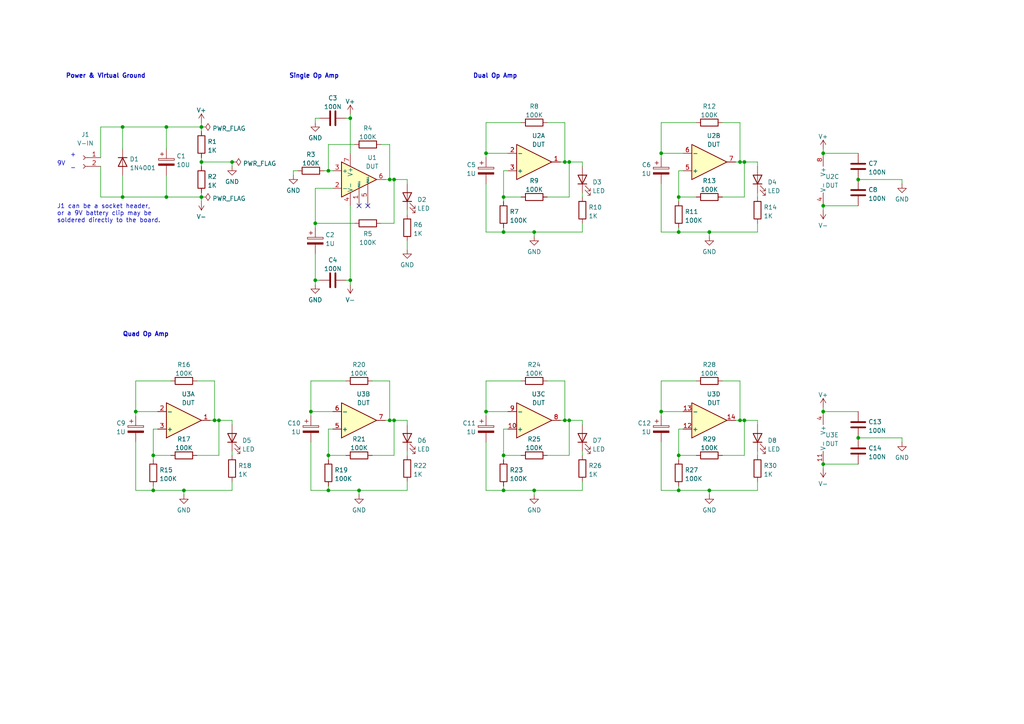
<source format=kicad_sch>
(kicad_sch (version 20211123) (generator eeschema)
  (paper "A4")
  (title_block (title "Op Amp Tester") (date "2022-04-20") (rev "1.0") (company "Len Popp") (comment 1 "Copyright © 2022 Len Popp CC BY") (comment 2 "Tester for standard-pinout single, dual, and quad op amps"))
  (lib_symbols
    (symbol "-lmp-diode:1N4001" (pin_numbers hide) (pin_names (offset 1.016) hide)
      (property "Reference" "D" (at 0 2.54 0))
      (property "Value" "1N4001" (at 0 -2.54 0))
      (symbol "1N4001_1_1"
        (pin passive line (at -3.81 0 0) (length 2.54) (name "K") (number "1"))
        (pin passive line (at 3.81 0 180) (length 2.54) (name "A") (number "2"))
      )
    )
    (symbol "-lmp-opamp:TL071" (pin_names (offset 0.127))
      (property "Reference" "U" (at 0 6.35 0))
      (property "Value" "TL071" (at 0 3.81 0))
      (symbol "TL071_1_1"
        (pin input line (at 0 -7.62 90) (length 5.08) (name "NULL") (number "1"))
        (pin input line (at -7.62 -2.54 0) (length 2.54) (name "-") (number "2"))
        (pin input line (at -7.62 2.54 0) (length 2.54) (name "+") (number "3"))
        (pin power_in line (at -2.54 -7.62 90) (length 3.81) (name "V-") (number "4"))
        (pin input line (at 2.54 -7.62 90) (length 6.35) (name "NULL") (number "5"))
        (pin output line (at 7.62 0 180) (length 2.54) (name "~") (number "6"))
        (pin power_in line (at -2.54 7.62 270) (length 3.81) (name "V+") (number "7"))
        (pin no_connect line (at 0 2.54 270) (length 2.54) hide (name "NC") (number "8"))
      )
    )
    (symbol "-lmp-opamp:TL072" (pin_names (offset 0.127))
      (property "Reference" "U" (at 0 5.08 0))
      (property "Value" "TL072" (at 0 -5.08 0))
      (symbol "TL072_1_1"
        (pin output line (at 7.62 0 180) (length 2.54) (name "~") (number "1"))
        (pin input line (at -7.62 -2.54 0) (length 2.54) (name "-") (number "2"))
        (pin input line (at -7.62 2.54 0) (length 2.54) (name "+") (number "3"))
      )
      (symbol "TL072_2_1"
        (pin input line (at -7.62 2.54 0) (length 2.54) (name "+") (number "5"))
        (pin input line (at -7.62 -2.54 0) (length 2.54) (name "-") (number "6"))
        (pin output line (at 7.62 0 180) (length 2.54) (name "~") (number "7"))
      )
      (symbol "TL072_3_1"
        (pin power_in line (at -2.54 -7.62 90) (length 3.81) (name "V-") (number "4"))
        (pin power_in line (at -2.54 7.62 270) (length 3.81) (name "V+") (number "8"))
      )
    )
    (symbol "-lmp-opamp:TL074" (pin_names (offset 0.127))
      (property "Reference" "U" (at 0 5.08 0))
      (property "Value" "TL074" (at 0 -5.08 0))
      (symbol "TL074_1_1"
        (pin output line (at 7.62 0 180) (length 2.54) (name "~") (number "1"))
        (pin input line (at -7.62 -2.54 0) (length 2.54) (name "-") (number "2"))
        (pin input line (at -7.62 2.54 0) (length 2.54) (name "+") (number "3"))
      )
      (symbol "TL074_2_1"
        (pin input line (at -7.62 2.54 0) (length 2.54) (name "+") (number "5"))
        (pin input line (at -7.62 -2.54 0) (length 2.54) (name "-") (number "6"))
        (pin output line (at 7.62 0 180) (length 2.54) (name "~") (number "7"))
      )
      (symbol "TL074_3_1"
        (pin input line (at -7.62 2.54 0) (length 2.54) (name "+") (number "10"))
        (pin output line (at 7.62 0 180) (length 2.54) (name "~") (number "8"))
        (pin input line (at -7.62 -2.54 0) (length 2.54) (name "-") (number "9"))
      )
      (symbol "TL074_4_1"
        (pin input line (at -7.62 2.54 0) (length 2.54) (name "+") (number "12"))
        (pin input line (at -7.62 -2.54 0) (length 2.54) (name "-") (number "13"))
        (pin output line (at 7.62 0 180) (length 2.54) (name "~") (number "14"))
      )
      (symbol "TL074_5_1"
        (pin power_in line (at -2.54 -7.62 90) (length 3.81) (name "V-") (number "11"))
        (pin power_in line (at -2.54 7.62 270) (length 3.81) (name "V+") (number "4"))
      )
    )
    (symbol "-lmp-power:GND" (power) (pin_names (offset 0))
      (property "Value" "GND" (at 0 -3.81 0))
      (symbol "GND_1_1"
        (pin power_in line (at 0 0 270) (length 0) hide (name "GND") (number "1"))
      )
    )
    (symbol "-lmp-power:PWR_FLAG" (power) (pin_numbers hide) (pin_names (offset 0) hide)
      (property "Value" "PWR_FLAG" (at 0 3.81 0))
      (symbol "PWR_FLAG_0_0"
        (pin power_out line (at 0 0 90) (length 0) (name "pwr") (number "1"))
      )
    )
    (symbol "-lmp-power:V+" (power) (pin_names (offset 0))
      (property "Value" "V+" (at 0 3.556 0))
      (symbol "V+_1_1"
        (pin power_in line (at 0 0 90) (length 0) hide (name "V+") (number "1"))
      )
    )
    (symbol "-lmp-power:V-" (power) (pin_names (offset 0))
      (property "Value" "V-" (at 0 -3.556 0))
      (symbol "V-_1_1"
        (pin power_in line (at 0 0 270) (length 0) hide (name "V-") (number "1"))
      )
    )
    (symbol "-lmp:CC_100N" (pin_numbers hide) (pin_names (offset 0.254))
      (property "Reference" "C" (at 0.635 2.54 0))
      (property "Value" "CC_100N" (at 0.635 -2.54 0))
      (symbol "CC_100N_1_1"
        (pin passive line (at 0 3.81 270) (length 2.794) (name "~") (number "1"))
        (pin passive line (at 0 -3.81 90) (length 2.794) (name "~") (number "2"))
      )
    )
    (symbol "-lmp:CP" (pin_numbers hide) (pin_names (offset 0.254))
      (property "Reference" "C" (at 0.635 2.54 0))
      (property "Value" "CP" (at 0.635 -2.54 0))
      (symbol "CP_1_1"
        (pin passive line (at 0 3.81 270) (length 2.794) (name "~") (number "1"))
        (pin passive line (at 0 -3.81 90) (length 2.794) (name "~") (number "2"))
      )
    )
    (symbol "-lmp:LED" (pin_numbers hide) (pin_names (offset 1.016) hide)
      (property "Reference" "D" (at 0 2.54 0))
      (property "Value" "LED" (at 0 -2.54 0))
      (symbol "LED_1_1"
        (pin passive line (at -3.81 0 0) (length 2.54) (name "K") (number "1"))
        (pin passive line (at 3.81 0 180) (length 2.54) (name "A") (number "2"))
      )
    )
    (symbol "-lmp:R" (pin_numbers hide) (pin_names (offset 0))
      (property "Reference" "R" (at -2.286 0 90))
      (property "Value" "R" (at 2.413 0 90))
      (symbol "R_1_1"
        (pin passive line (at 0 3.81 270) (length 1.27) (name "~") (number "1"))
        (pin passive line (at 0 -3.81 90) (length 1.27) (name "~") (number "2"))
      )
    )
    (symbol "Connector:Conn_01x02_Female" (pin_names (offset 1.016) hide)
      (property "Reference" "J" (at 0 2.54 0))
      (property "Value" "Conn_01x02_Female" (at 0 -5.08 0))
      (symbol "Conn_01x02_Female_1_1"
        (pin passive line (at -5.08 0 0) (length 3.81) (name "Pin_1") (number "1"))
        (pin passive line (at -5.08 -2.54 0) (length 3.81) (name "Pin_2") (number "2"))
      )
    )
  )
  (junction (at 39.37 119.38))
  (junction (at 114.3 121.92))
  (junction (at 196.85 57.15))
  (junction (at 146.05 67.31))
  (junction (at 91.44 64.77))
  (junction (at 114.3 52.07))
  (junction (at 215.9 46.99))
  (junction (at 214.63 121.92))
  (junction (at 58.42 46.99))
  (junction (at 154.94 67.31))
  (junction (at 53.34 142.24))
  (junction (at 248.92 127))
  (junction (at 165.1 121.92))
  (junction (at 196.85 132.08))
  (junction (at 48.26 57.15))
  (junction (at 196.85 67.31))
  (junction (at 63.5 121.92))
  (junction (at 238.76 44.45))
  (junction (at 91.44 81.28))
  (junction (at 215.9 121.92))
  (junction (at 146.05 57.15))
  (junction (at 95.25 132.08))
  (junction (at 205.74 142.24))
  (junction (at 163.83 46.99))
  (junction (at 101.6 81.28))
  (junction (at 163.83 121.92))
  (junction (at 44.45 142.24))
  (junction (at 248.92 52.07))
  (junction (at 113.03 121.92))
  (junction (at 101.6 34.29))
  (junction (at 35.56 57.15))
  (junction (at 104.14 142.24))
  (junction (at 191.77 44.45))
  (junction (at 238.76 134.62))
  (junction (at 58.42 57.15))
  (junction (at 113.03 52.07))
  (junction (at 154.94 142.24))
  (junction (at 90.17 119.38))
  (junction (at 44.45 132.08))
  (junction (at 238.76 119.38))
  (junction (at 95.25 142.24))
  (junction (at 140.97 119.38))
  (junction (at 146.05 142.24))
  (junction (at 214.63 46.99))
  (junction (at 205.74 67.31))
  (junction (at 165.1 46.99))
  (junction (at 191.77 119.38))
  (junction (at 238.76 59.69))
  (junction (at 35.56 36.83))
  (junction (at 196.85 142.24))
  (junction (at 62.23 121.92))
  (junction (at 67.31 46.99))
  (junction (at 58.42 36.83))
  (junction (at 48.26 36.83))
  (junction (at 140.97 44.45))
  (junction (at 95.25 49.53))
  (junction (at 146.05 132.08))
  (no_connect (at 104.14 59.69))
  (no_connect (at 106.68 59.69))
  (wire (pts (xy 163.83 35.56) (xy 158.75 35.56)))
  (wire (pts (xy 53.34 142.24) (xy 67.31 142.24)))
  (wire (pts (xy 48.26 50.8) (xy 48.26 57.15)))
  (wire (pts (xy 118.11 123.19) (xy 118.11 121.92)))
  (wire (pts (xy 238.76 59.69) (xy 238.76 60.96)))
  (wire (pts (xy 165.1 46.99) (xy 168.91 46.99)))
  (wire (pts (xy 86.36 49.53) (xy 85.09 49.53)))
  (wire (pts (xy 100.33 110.49) (xy 90.17 110.49)))
  (wire (pts (xy 205.74 142.24) (xy 219.71 142.24)))
  (wire (pts (xy 91.44 73.66) (xy 91.44 81.28)))
  (wire (pts (xy 111.76 121.92) (xy 113.03 121.92)))
  (wire (pts (xy 151.13 110.49) (xy 140.97 110.49)))
  (wire (pts (xy 58.42 35.56) (xy 58.42 36.83)))
  (wire (pts (xy 91.44 81.28) (xy 91.44 82.55)))
  (wire (pts (xy 146.05 124.46) (xy 146.05 132.08)))
  (wire (pts (xy 101.6 34.29) (xy 101.6 44.45)))
  (wire (pts (xy 58.42 46.99) (xy 58.42 48.26)))
  (wire (pts (xy 162.56 46.99) (xy 163.83 46.99)))
  (wire (pts (xy 146.05 49.53) (xy 146.05 57.15)))
  (wire (pts (xy 261.62 53.34) (xy 261.62 52.07)))
  (wire (pts (xy 209.55 57.15) (xy 215.9 57.15)))
  (wire (pts (xy 146.05 132.08) (xy 151.13 132.08)))
  (wire (pts (xy 91.44 34.29) (xy 91.44 35.56)))
  (wire (pts (xy 196.85 124.46) (xy 196.85 132.08)))
  (wire (pts (xy 163.83 110.49) (xy 163.83 121.92)))
  (wire (pts (xy 196.85 140.97) (xy 196.85 142.24)))
  (wire (pts (xy 214.63 110.49) (xy 214.63 121.92)))
  (wire (pts (xy 215.9 132.08) (xy 215.9 121.92)))
  (wire (pts (xy 205.74 67.31) (xy 205.74 68.58)))
  (wire (pts (xy 95.25 140.97) (xy 95.25 142.24)))
  (wire (pts (xy 238.76 119.38) (xy 248.92 119.38)))
  (wire (pts (xy 196.85 57.15) (xy 196.85 58.42)))
  (wire (pts (xy 163.83 46.99) (xy 165.1 46.99)))
  (wire (pts (xy 146.05 132.08) (xy 146.05 133.35)))
  (wire (pts (xy 118.11 69.85) (xy 118.11 72.39)))
  (wire (pts (xy 44.45 132.08) (xy 49.53 132.08)))
  (wire (pts (xy 163.83 121.92) (xy 165.1 121.92)))
  (wire (pts (xy 39.37 119.38) (xy 39.37 120.65)))
  (wire (pts (xy 191.77 128.27) (xy 191.77 142.24)))
  (wire (pts (xy 205.74 67.31) (xy 219.71 67.31)))
  (wire (pts (xy 35.56 57.15) (xy 48.26 57.15)))
  (wire (pts (xy 168.91 132.08) (xy 168.91 130.81)))
  (wire (pts (xy 58.42 57.15) (xy 58.42 58.42)))
  (wire (pts (xy 85.09 49.53) (xy 85.09 50.8)))
  (wire (pts (xy 140.97 35.56) (xy 140.97 44.45)))
  (wire (pts (xy 163.83 110.49) (xy 158.75 110.49)))
  (wire (pts (xy 110.49 64.77) (xy 114.3 64.77)))
  (wire (pts (xy 191.77 110.49) (xy 191.77 119.38)))
  (wire (pts (xy 118.11 52.07) (xy 118.11 53.34)))
  (wire (pts (xy 114.3 52.07) (xy 118.11 52.07)))
  (wire (pts (xy 29.21 57.15) (xy 35.56 57.15)))
  (wire (pts (xy 196.85 57.15) (xy 201.93 57.15)))
  (wire (pts (xy 113.03 121.92) (xy 114.3 121.92)))
  (wire (pts (xy 198.12 119.38) (xy 191.77 119.38)))
  (wire (pts (xy 238.76 118.11) (xy 238.76 119.38)))
  (wire (pts (xy 111.76 52.07) (xy 113.03 52.07)))
  (wire (pts (xy 57.15 132.08) (xy 63.5 132.08)))
  (wire (pts (xy 168.91 57.15) (xy 168.91 55.88)))
  (wire (pts (xy 154.94 142.24) (xy 168.91 142.24)))
  (wire (pts (xy 140.97 110.49) (xy 140.97 119.38)))
  (wire (pts (xy 101.6 59.69) (xy 101.6 81.28)))
  (wire (pts (xy 35.56 50.8) (xy 35.56 57.15)))
  (wire (pts (xy 191.77 35.56) (xy 191.77 44.45)))
  (wire (pts (xy 196.85 49.53) (xy 196.85 57.15)))
  (wire (pts (xy 196.85 66.04) (xy 196.85 67.31)))
  (wire (pts (xy 168.91 139.7) (xy 168.91 142.24)))
  (wire (pts (xy 96.52 54.61) (xy 91.44 54.61)))
  (wire (pts (xy 196.85 132.08) (xy 196.85 133.35)))
  (wire (pts (xy 39.37 110.49) (xy 39.37 119.38)))
  (wire (pts (xy 44.45 140.97) (xy 44.45 142.24)))
  (wire (pts (xy 147.32 49.53) (xy 146.05 49.53)))
  (wire (pts (xy 45.72 124.46) (xy 44.45 124.46)))
  (wire (pts (xy 90.17 128.27) (xy 90.17 142.24)))
  (wire (pts (xy 147.32 124.46) (xy 146.05 124.46)))
  (wire (pts (xy 201.93 35.56) (xy 191.77 35.56)))
  (wire (pts (xy 90.17 142.24) (xy 95.25 142.24)))
  (wire (pts (xy 198.12 124.46) (xy 196.85 124.46)))
  (wire (pts (xy 238.76 59.69) (xy 248.92 59.69)))
  (wire (pts (xy 146.05 57.15) (xy 151.13 57.15)))
  (wire (pts (xy 238.76 134.62) (xy 238.76 135.89)))
  (wire (pts (xy 114.3 52.07) (xy 114.3 64.77)))
  (wire (pts (xy 140.97 119.38) (xy 140.97 120.65)))
  (wire (pts (xy 39.37 142.24) (xy 44.45 142.24)))
  (wire (pts (xy 118.11 139.7) (xy 118.11 142.24)))
  (wire (pts (xy 215.9 121.92) (xy 219.71 121.92)))
  (wire (pts (xy 101.6 34.29) (xy 100.33 34.29)))
  (wire (pts (xy 48.26 36.83) (xy 58.42 36.83)))
  (wire (pts (xy 96.52 49.53) (xy 95.25 49.53)))
  (wire (pts (xy 219.71 132.08) (xy 219.71 130.81)))
  (wire (pts (xy 191.77 119.38) (xy 191.77 120.65)))
  (wire (pts (xy 209.55 132.08) (xy 215.9 132.08)))
  (wire (pts (xy 238.76 44.45) (xy 248.92 44.45)))
  (wire (pts (xy 219.71 48.26) (xy 219.71 46.99)))
  (wire (pts (xy 213.36 121.92) (xy 214.63 121.92)))
  (wire (pts (xy 248.92 52.07) (xy 261.62 52.07)))
  (wire (pts (xy 67.31 132.08) (xy 67.31 130.81)))
  (wire (pts (xy 29.21 36.83) (xy 29.21 45.72)))
  (wire (pts (xy 113.03 110.49) (xy 113.03 121.92)))
  (wire (pts (xy 93.98 49.53) (xy 95.25 49.53)))
  (wire (pts (xy 158.75 57.15) (xy 165.1 57.15)))
  (wire (pts (xy 101.6 81.28) (xy 101.6 82.55)))
  (wire (pts (xy 63.5 132.08) (xy 63.5 121.92)))
  (wire (pts (xy 147.32 44.45) (xy 140.97 44.45)))
  (wire (pts (xy 95.25 41.91) (xy 95.25 49.53)))
  (wire (pts (xy 219.71 139.7) (xy 219.71 142.24)))
  (wire (pts (xy 191.77 44.45) (xy 191.77 45.72)))
  (wire (pts (xy 198.12 44.45) (xy 191.77 44.45)))
  (wire (pts (xy 165.1 57.15) (xy 165.1 46.99)))
  (wire (pts (xy 44.45 142.24) (xy 53.34 142.24)))
  (wire (pts (xy 107.95 132.08) (xy 114.3 132.08)))
  (wire (pts (xy 104.14 142.24) (xy 104.14 143.51)))
  (wire (pts (xy 168.91 123.19) (xy 168.91 121.92)))
  (wire (pts (xy 58.42 36.83) (xy 58.42 38.1)))
  (wire (pts (xy 67.31 139.7) (xy 67.31 142.24)))
  (wire (pts (xy 154.94 142.24) (xy 154.94 143.51)))
  (wire (pts (xy 219.71 57.15) (xy 219.71 55.88)))
  (wire (pts (xy 146.05 140.97) (xy 146.05 142.24)))
  (wire (pts (xy 90.17 110.49) (xy 90.17 119.38)))
  (wire (pts (xy 95.25 132.08) (xy 95.25 133.35)))
  (wire (pts (xy 95.25 124.46) (xy 95.25 132.08)))
  (wire (pts (xy 62.23 110.49) (xy 62.23 121.92)))
  (wire (pts (xy 90.17 119.38) (xy 90.17 120.65)))
  (wire (pts (xy 104.14 142.24) (xy 118.11 142.24)))
  (wire (pts (xy 196.85 132.08) (xy 201.93 132.08)))
  (wire (pts (xy 191.77 53.34) (xy 191.77 67.31)))
  (wire (pts (xy 151.13 35.56) (xy 140.97 35.56)))
  (wire (pts (xy 92.71 34.29) (xy 91.44 34.29)))
  (wire (pts (xy 248.92 127) (xy 261.62 127)))
  (wire (pts (xy 146.05 66.04) (xy 146.05 67.31)))
  (wire (pts (xy 114.3 132.08) (xy 114.3 121.92)))
  (wire (pts (xy 118.11 132.08) (xy 118.11 130.81)))
  (wire (pts (xy 102.87 64.77) (xy 91.44 64.77)))
  (wire (pts (xy 140.97 128.27) (xy 140.97 142.24)))
  (wire (pts (xy 114.3 121.92) (xy 118.11 121.92)))
  (wire (pts (xy 158.75 132.08) (xy 165.1 132.08)))
  (wire (pts (xy 44.45 124.46) (xy 44.45 132.08)))
  (wire (pts (xy 238.76 43.18) (xy 238.76 44.45)))
  (wire (pts (xy 147.32 119.38) (xy 140.97 119.38)))
  (wire (pts (xy 140.97 44.45) (xy 140.97 45.72)))
  (wire (pts (xy 215.9 46.99) (xy 219.71 46.99)))
  (wire (pts (xy 213.36 46.99) (xy 214.63 46.99)))
  (wire (pts (xy 45.72 119.38) (xy 39.37 119.38)))
  (wire (pts (xy 62.23 121.92) (xy 63.5 121.92)))
  (wire (pts (xy 118.11 62.23) (xy 118.11 60.96)))
  (wire (pts (xy 91.44 64.77) (xy 91.44 66.04)))
  (wire (pts (xy 63.5 121.92) (xy 67.31 121.92)))
  (wire (pts (xy 60.96 121.92) (xy 62.23 121.92)))
  (wire (pts (xy 91.44 54.61) (xy 91.44 64.77)))
  (wire (pts (xy 113.03 41.91) (xy 113.03 52.07)))
  (wire (pts (xy 205.74 142.24) (xy 205.74 143.51)))
  (wire (pts (xy 48.26 36.83) (xy 48.26 43.18)))
  (wire (pts (xy 219.71 64.77) (xy 219.71 67.31)))
  (wire (pts (xy 44.45 132.08) (xy 44.45 133.35)))
  (wire (pts (xy 58.42 46.99) (xy 67.31 46.99)))
  (wire (pts (xy 92.71 81.28) (xy 91.44 81.28)))
  (wire (pts (xy 113.03 110.49) (xy 107.95 110.49)))
  (wire (pts (xy 261.62 128.27) (xy 261.62 127)))
  (wire (pts (xy 146.05 57.15) (xy 146.05 58.42)))
  (wire (pts (xy 163.83 35.56) (xy 163.83 46.99)))
  (wire (pts (xy 95.25 142.24) (xy 104.14 142.24)))
  (wire (pts (xy 196.85 67.31) (xy 205.74 67.31)))
  (wire (pts (xy 140.97 67.31) (xy 146.05 67.31)))
  (wire (pts (xy 215.9 57.15) (xy 215.9 46.99)))
  (wire (pts (xy 196.85 142.24) (xy 205.74 142.24)))
  (wire (pts (xy 154.94 67.31) (xy 168.91 67.31)))
  (wire (pts (xy 198.12 49.53) (xy 196.85 49.53)))
  (wire (pts (xy 113.03 41.91) (xy 110.49 41.91)))
  (wire (pts (xy 162.56 121.92) (xy 163.83 121.92)))
  (wire (pts (xy 191.77 67.31) (xy 196.85 67.31)))
  (wire (pts (xy 113.03 52.07) (xy 114.3 52.07)))
  (wire (pts (xy 168.91 48.26) (xy 168.91 46.99)))
  (wire (pts (xy 67.31 48.26) (xy 67.31 46.99)))
  (wire (pts (xy 58.42 55.88) (xy 58.42 57.15)))
  (wire (pts (xy 102.87 41.91) (xy 95.25 41.91)))
  (wire (pts (xy 49.53 110.49) (xy 39.37 110.49)))
  (wire (pts (xy 101.6 81.28) (xy 100.33 81.28)))
  (wire (pts (xy 214.63 46.99) (xy 215.9 46.99)))
  (wire (pts (xy 146.05 142.24) (xy 154.94 142.24)))
  (wire (pts (xy 35.56 36.83) (xy 48.26 36.83)))
  (wire (pts (xy 35.56 36.83) (xy 35.56 43.18)))
  (wire (pts (xy 238.76 134.62) (xy 248.92 134.62)))
  (wire (pts (xy 96.52 124.46) (xy 95.25 124.46)))
  (wire (pts (xy 62.23 110.49) (xy 57.15 110.49)))
  (wire (pts (xy 219.71 123.19) (xy 219.71 121.92)))
  (wire (pts (xy 146.05 67.31) (xy 154.94 67.31)))
  (wire (pts (xy 168.91 64.77) (xy 168.91 67.31)))
  (wire (pts (xy 58.42 45.72) (xy 58.42 46.99)))
  (wire (pts (xy 95.25 132.08) (xy 100.33 132.08)))
  (wire (pts (xy 29.21 36.83) (xy 35.56 36.83)))
  (wire (pts (xy 214.63 110.49) (xy 209.55 110.49)))
  (wire (pts (xy 39.37 128.27) (xy 39.37 142.24)))
  (wire (pts (xy 165.1 121.92) (xy 168.91 121.92)))
  (wire (pts (xy 140.97 142.24) (xy 146.05 142.24)))
  (wire (pts (xy 48.26 57.15) (xy 58.42 57.15)))
  (wire (pts (xy 191.77 142.24) (xy 196.85 142.24)))
  (wire (pts (xy 53.34 142.24) (xy 53.34 143.51)))
  (wire (pts (xy 140.97 53.34) (xy 140.97 67.31)))
  (wire (pts (xy 67.31 123.19) (xy 67.31 121.92)))
  (wire (pts (xy 165.1 132.08) (xy 165.1 121.92)))
  (wire (pts (xy 201.93 110.49) (xy 191.77 110.49)))
  (wire (pts (xy 214.63 35.56) (xy 214.63 46.99)))
  (wire (pts (xy 101.6 33.02) (xy 101.6 34.29)))
  (wire (pts (xy 154.94 67.31) (xy 154.94 68.58)))
  (wire (pts (xy 29.21 48.26) (xy 29.21 57.15)))
  (wire (pts (xy 214.63 121.92) (xy 215.9 121.92)))
  (wire (pts (xy 214.63 35.56) (xy 209.55 35.56)))
  (wire (pts (xy 96.52 119.38) (xy 90.17 119.38)))
  (text "Single Op Amp" (at 83.82 22.86 0) (effects (font (size 1.27 1.27) bold) (justify left bottom)))
  (text "J1 can be a socket header, \nor a 9V battery clip may be \nsoldered directly to the board." (at 16.51 64.77 0) (effects (font (size 1.27 1.27)) (justify left bottom)))
  (text "Dual Op Amp" (at 137.16 22.86 0) (effects (font (size 1.27 1.27) bold) (justify left bottom)))
  (text "+" (at 20.32 45.72 0) (effects (font (size 1.27 1.27)) (justify left bottom)))
  (text "-" (at 20.32 49.53 0) (effects (font (size 1.27 1.27)) (justify left bottom)))
  (text "9V" (at 16.51 48.26 0) (effects (font (size 1.27 1.27)) (justify left bottom)))
  (text "Quad Op Amp" (at 35.56 97.79 0) (effects (font (size 1.27 1.27) bold) (justify left bottom)))
  (text "Power & Virtual Ground" (at 19.05 22.86 0) (effects (font (size 1.27 1.27) (thickness 0.254) bold) (justify left bottom)))
  (symbol (lib_id "-lmp:LED") (at 168.91 127 90) (unit 1)
    (property "Reference" "D7" (at 171.831 127.7528 90) (effects (justify right)))
    (property "Value" "LED" (at 171.831 130.2897 90) (effects (justify right)))
    (property "Footprint" "LED_THT:LED_D3.0mm" (effects hide))
    (property "Datasheet" "https://www.mouser.ca/datasheet/2/239/lite-on_lite-s-a0002934679-1-1737726.pdf" (effects hide))
    (property "Distributor" "Mouser" (effects hide))
    (property "DistributorPartLink" "https://www.mouser.ca/ProductDetail/Lite-On/LTL-1CHE?qs=sGAEpiMZZMvHYEB9WUp7Em3%2F6iChtzTMHM3HaPXyhc0%3D" (effects hide))
    (property "DistributorPartNum" " 859-LTL-1CHE" (effects hide))
    (property "Manufacturer" "Lite-On" (effects hide))
    (property "ManufacturerPartNum" "LTL-1CHE" (effects hide))
  )
  (symbol (lib_id "-lmp:LED") (at 67.31 127 90) (unit 1)
    (property "Reference" "D5" (at 70.231 127.7528 90) (effects (justify right)))
    (property "Value" "LED" (at 70.231 130.2897 90) (effects (justify right)))
    (property "Footprint" "LED_THT:LED_D3.0mm" (effects hide))
    (property "Datasheet" "https://www.mouser.ca/datasheet/2/239/lite-on_lite-s-a0002934679-1-1737726.pdf" (effects hide))
    (property "Distributor" "Mouser" (effects hide))
    (property "DistributorPartLink" "https://www.mouser.ca/ProductDetail/Lite-On/LTL-1CHE?qs=sGAEpiMZZMvHYEB9WUp7Em3%2F6iChtzTMHM3HaPXyhc0%3D" (effects hide))
    (property "DistributorPartNum" " 859-LTL-1CHE" (effects hide))
    (property "Manufacturer" "Lite-On" (effects hide))
    (property "ManufacturerPartNum" "LTL-1CHE" (effects hide))
  )
  (symbol (lib_id "-lmp:LED") (at 118.11 57.15 90) (unit 1)
    (property "Reference" "D2" (at 121.031 57.9028 90) (effects (justify right)))
    (property "Value" "LED" (at 121.031 60.4397 90) (effects (justify right)))
    (property "Footprint" "LED_THT:LED_D3.0mm" (effects hide))
    (property "Datasheet" "https://www.mouser.ca/datasheet/2/239/lite-on_lite-s-a0002934679-1-1737726.pdf" (effects hide))
    (property "Distributor" "Mouser" (effects hide))
    (property "DistributorPartLink" "https://www.mouser.ca/ProductDetail/Lite-On/LTL-1CHE?qs=sGAEpiMZZMvHYEB9WUp7Em3%2F6iChtzTMHM3HaPXyhc0%3D" (effects hide))
    (property "DistributorPartNum" " 859-LTL-1CHE" (effects hide))
    (property "Manufacturer" "Lite-On" (effects hide))
    (property "ManufacturerPartNum" "LTL-1CHE" (effects hide))
  )
  (symbol (lib_id "-lmp-power:V-") (at 238.76 60.96 0) (unit 1)
    (property "Reference" "#PWR015" (effects hide))
    (property "Value" "V-" (at 238.76 65.4034 0))
  )
  (symbol (lib_id "-lmp:CP") (at 191.77 124.46 0) (unit 1)
    (property "Reference" "C12" (at 188.849 122.7363 0) (effects (justify right)))
    (property "Value" "1U" (at 188.849 125.2732 0) (effects (justify right)))
    (property "Footprint" "-lmp-misc:CP_Radial_D4.0mm_P2.50mm" (effects hide))
    (property "Datasheet" "https://www.mouser.ca/datasheet/2/231/161588148197-2307385.pdf" (effects hide))
    (property "Distributor" "Mouser" (effects hide))
    (property "DistributorPartLink" "https://www.mouser.ca/ProductDetail/Lelon/SEA010M1HBK-0407P?qs=tsfqLUzc7IqlOdpxXJYLkw%3D%3D" (effects hide))
    (property "DistributorPartNum" "140-SEA1R0M1HBK0407" (effects hide))
    (property "Manufacturer" "Lelon" (effects hide))
    (property "ManufacturerPartNum" "SEA010M1HBK-0407P" (effects hide))
  )
  (symbol (lib_id "-lmp:CC_100N") (at 96.52 81.28 90) (unit 1)
    (property "Reference" "C4" (at 96.52 75.4212 90))
    (property "Value" "100N" (at 96.52 77.9581 90))
    (property "Footprint" "-lmp-misc:C_Disc_D5.0mm_W2.5mm_P2.50mm" (effects hide))
    (property "Datasheet" "https://product.tdk.com/system/files/dam/doc/product/capacitor/ceramic/lead-mlcc/catalog/leadmlcc_halogenfree_fg_en.pdf" (effects hide))
    (property "Manufacturer" "TDK" (effects hide))
    (property "ManufacturerPartNum" "FG18X7R1H104KNT06" (effects hide))
    (property "Distributor" "Mouser" (effects hide))
    (property "DistributorPartNum" "810-FG18X7R1H104KNT6" (effects hide))
    (property "DistributorPartLink" "https://www.mouser.ca/ProductDetail/810-FG18X7R1H104KNT6" (effects hide))
  )
  (symbol (lib_id "-lmp-power:GND") (at 261.62 53.34 0) (unit 1)
    (property "Reference" "#PWR016" (effects hide))
    (property "Value" "GND" (at 261.62 57.7834 0))
  )
  (symbol (lib_id "-lmp:R") (at 106.68 41.91 90) (unit 1)
    (property "Reference" "R4" (at 106.68 37.1942 90))
    (property "Value" "100K" (at 106.68 39.7311 90))
    (property "Footprint" "-lmp-misc:R_Axial_DIN0207_L6.3mm_D2.5mm_P7.62mm_Horizontal" (effects hide))
    (property "Datasheet" "https://www.mouser.ca/datasheet/2/447/Yageo_LR_MFR_1-1714151.pdf" (effects hide))
    (property "Manufacturer" "YAGEO" (effects hide))
    (property "ManufacturerPartNum" "MFR-12FTF52-100K" (effects hide))
    (property "Distributor" "Mouser" (effects hide))
    (property "DistributorPartNum" "603-MFR-12FTF52-100K" (effects hide))
    (property "DistributorPartLink" "https://www.mouser.ca/ProductDetail/YAGEO/MFR-12FTF52-100K?qs=oAGoVhmvjhxn7uX6J9%2FOug%3D%3D" (effects hide))
  )
  (symbol (lib_id "-lmp:LED") (at 118.11 127 90) (unit 1)
    (property "Reference" "D6" (at 121.031 127.7528 90) (effects (justify right)))
    (property "Value" "LED" (at 121.031 130.2897 90) (effects (justify right)))
    (property "Footprint" "LED_THT:LED_D3.0mm" (effects hide))
    (property "Datasheet" "https://www.mouser.ca/datasheet/2/239/lite-on_lite-s-a0002934679-1-1737726.pdf" (effects hide))
    (property "Distributor" "Mouser" (effects hide))
    (property "DistributorPartLink" "https://www.mouser.ca/ProductDetail/Lite-On/LTL-1CHE?qs=sGAEpiMZZMvHYEB9WUp7Em3%2F6iChtzTMHM3HaPXyhc0%3D" (effects hide))
    (property "DistributorPartNum" " 859-LTL-1CHE" (effects hide))
    (property "Manufacturer" "Lite-On" (effects hide))
    (property "ManufacturerPartNum" "LTL-1CHE" (effects hide))
  )
  (symbol (lib_id "-lmp:LED") (at 219.71 52.07 90) (unit 1)
    (property "Reference" "D4" (at 222.631 52.8228 90) (effects (justify right)))
    (property "Value" "LED" (at 222.631 55.3597 90) (effects (justify right)))
    (property "Footprint" "LED_THT:LED_D3.0mm" (effects hide))
    (property "Datasheet" "https://www.mouser.ca/datasheet/2/239/lite-on_lite-s-a0002934679-1-1737726.pdf" (effects hide))
    (property "Distributor" "Mouser" (effects hide))
    (property "DistributorPartLink" "https://www.mouser.ca/ProductDetail/Lite-On/LTL-1CHE?qs=sGAEpiMZZMvHYEB9WUp7Em3%2F6iChtzTMHM3HaPXyhc0%3D" (effects hide))
    (property "DistributorPartNum" " 859-LTL-1CHE" (effects hide))
    (property "Manufacturer" "Lite-On" (effects hide))
    (property "ManufacturerPartNum" "LTL-1CHE" (effects hide))
  )
  (symbol (lib_id "-lmp:CP") (at 48.26 46.99 0) (unit 1)
    (property "Reference" "C1" (at 51.181 45.2663 0) (effects (justify left)))
    (property "Value" "10U" (at 51.181 47.8032 0) (effects (justify left)))
    (property "Footprint" "-lmp-misc:CP_Radial_D5.0mm_P2.50mm" (effects hide))
    (property "Datasheet" "https://www.mouser.ca/datasheet/2/315/ABA0000C1218-1131230.pdf" (effects hide))
    (property "Distributor" "Mouser" (effects hide))
    (property "DistributorPartLink" "https://www.mouser.ca/ProductDetail/Panasonic/ECA-1EM100I?qs=rMMd5vBiahoPyQAc8NWEpA%3D%3D" (effects hide))
    (property "DistributorPartNum" "667-ECA-1EM100I" (effects hide))
    (property "Manufacturer" "Panasonic" (effects hide))
    (property "ManufacturerPartNum" "ECA-1EM100I" (effects hide))
  )
  (symbol (lib_id "-lmp:R") (at 118.11 66.04 0) (unit 1)
    (property "Reference" "R6" (at 119.888 65.2053 0) (effects (justify left)))
    (property "Value" "1K" (at 119.888 67.7422 0) (effects (justify left)))
    (property "Footprint" "-lmp-misc:R_Axial_DIN0207_L6.3mm_D2.5mm_P10.16mm_Horizontal" (effects hide))
    (property "Datasheet" "https://www.mouser.ca/datasheet/2/427/ccf07-1762725.pdf" (effects hide))
    (property "Manufacturer" "Vishay / Dale" (effects hide))
    (property "ManufacturerPartNum" "CCF071K00JKE36" (effects hide))
    (property "Distributor" "Mouser" (effects hide))
    (property "DistributorPartNum" "71-CCF071K00JKE36" (effects hide))
    (property "DistributorPartLink" "https://www.mouser.ca/ProductDetail/Vishay-Dale/CCF071K00JKE36?qs=sGAEpiMZZMsPqMdJzcrNwqw41JD0NFylHV1MADcQnpo%3D" (effects hide))
  )
  (symbol (lib_id "-lmp:CC_100N") (at 248.92 55.88 0) (unit 1)
    (property "Reference" "C8" (at 251.841 55.0453 0) (effects (justify left)))
    (property "Value" "100N" (at 251.841 57.5822 0) (effects (justify left)))
    (property "Footprint" "-lmp-misc:C_Disc_D5.0mm_W2.5mm_P2.50mm" (effects hide))
    (property "Datasheet" "https://product.tdk.com/system/files/dam/doc/product/capacitor/ceramic/lead-mlcc/catalog/leadmlcc_halogenfree_fg_en.pdf" (effects hide))
    (property "Manufacturer" "TDK" (effects hide))
    (property "ManufacturerPartNum" "FG18X7R1H104KNT06" (effects hide))
    (property "Distributor" "Mouser" (effects hide))
    (property "DistributorPartNum" "810-FG18X7R1H104KNT6" (effects hide))
    (property "DistributorPartLink" "https://www.mouser.ca/ProductDetail/810-FG18X7R1H104KNT6" (effects hide))
  )
  (symbol (lib_id "-lmp:R") (at 53.34 132.08 90) (unit 1)
    (property "Reference" "R17" (at 53.34 127.3642 90))
    (property "Value" "100K" (at 53.34 129.9011 90))
    (property "Footprint" "-lmp-misc:R_Axial_DIN0207_L6.3mm_D2.5mm_P7.62mm_Horizontal" (effects hide))
    (property "Datasheet" "https://www.mouser.ca/datasheet/2/447/Yageo_LR_MFR_1-1714151.pdf" (effects hide))
    (property "Manufacturer" "YAGEO" (effects hide))
    (property "ManufacturerPartNum" "MFR-12FTF52-100K" (effects hide))
    (property "Distributor" "Mouser" (effects hide))
    (property "DistributorPartNum" "603-MFR-12FTF52-100K" (effects hide))
    (property "DistributorPartLink" "https://www.mouser.ca/ProductDetail/YAGEO/MFR-12FTF52-100K?qs=oAGoVhmvjhxn7uX6J9%2FOug%3D%3D" (effects hide))
  )
  (symbol (lib_id "-lmp:R") (at 67.31 135.89 0) (unit 1)
    (property "Reference" "R18" (at 69.088 135.0553 0) (effects (justify left)))
    (property "Value" "1K" (at 69.088 137.5922 0) (effects (justify left)))
    (property "Footprint" "-lmp-misc:R_Axial_DIN0207_L6.3mm_D2.5mm_P10.16mm_Horizontal" (effects hide))
    (property "Datasheet" "https://www.mouser.ca/datasheet/2/427/ccf07-1762725.pdf" (effects hide))
    (property "Manufacturer" "Vishay / Dale" (effects hide))
    (property "ManufacturerPartNum" "CCF071K00JKE36" (effects hide))
    (property "Distributor" "Mouser" (effects hide))
    (property "DistributorPartNum" "71-CCF071K00JKE36" (effects hide))
    (property "DistributorPartLink" "https://www.mouser.ca/ProductDetail/Vishay-Dale/CCF071K00JKE36?qs=sGAEpiMZZMsPqMdJzcrNwqw41JD0NFylHV1MADcQnpo%3D" (effects hide))
  )
  (symbol (lib_id "-lmp-power:PWR_FLAG") (at 58.42 36.83 270) (unit 1)
    (property "Reference" "#FLG01" (effects hide))
    (property "Value" "PWR_FLAG" (at 61.595 37.2638 90) (effects (justify left)))
  )
  (symbol (lib_id "-lmp-power:GND") (at 205.74 68.58 0) (unit 1)
    (property "Reference" "#PWR012" (effects hide))
    (property "Value" "GND" (at 205.74 73.0234 0))
  )
  (symbol (lib_id "-lmp:R") (at 90.17 49.53 90) (unit 1)
    (property "Reference" "R3" (at 90.17 44.8142 90))
    (property "Value" "100K" (at 90.17 47.3511 90))
    (property "Footprint" "-lmp-misc:R_Axial_DIN0207_L6.3mm_D2.5mm_P7.62mm_Horizontal" (effects hide))
    (property "Datasheet" "https://www.mouser.ca/datasheet/2/447/Yageo_LR_MFR_1-1714151.pdf" (effects hide))
    (property "Manufacturer" "YAGEO" (effects hide))
    (property "ManufacturerPartNum" "MFR-12FTF52-100K" (effects hide))
    (property "Distributor" "Mouser" (effects hide))
    (property "DistributorPartNum" "603-MFR-12FTF52-100K" (effects hide))
    (property "DistributorPartLink" "https://www.mouser.ca/ProductDetail/YAGEO/MFR-12FTF52-100K?qs=oAGoVhmvjhxn7uX6J9%2FOug%3D%3D" (effects hide))
  )
  (symbol (lib_id "-lmp:LED") (at 168.91 52.07 90) (unit 1)
    (property "Reference" "D3" (at 171.831 52.8228 90) (effects (justify right)))
    (property "Value" "LED" (at 171.831 55.3597 90) (effects (justify right)))
    (property "Footprint" "LED_THT:LED_D3.0mm" (effects hide))
    (property "Datasheet" "https://www.mouser.ca/datasheet/2/239/lite-on_lite-s-a0002934679-1-1737726.pdf" (effects hide))
    (property "Distributor" "Mouser" (effects hide))
    (property "DistributorPartLink" "https://www.mouser.ca/ProductDetail/Lite-On/LTL-1CHE?qs=sGAEpiMZZMvHYEB9WUp7Em3%2F6iChtzTMHM3HaPXyhc0%3D" (effects hide))
    (property "DistributorPartNum" " 859-LTL-1CHE" (effects hide))
    (property "Manufacturer" "Lite-On" (effects hide))
    (property "ManufacturerPartNum" "LTL-1CHE" (effects hide))
  )
  (symbol (lib_id "-lmp-opamp:TL074") (at 53.34 121.92 0) (mirror x) (unit 1)
    (property "Reference" "U3" (at 54.61 114.3 0))
    (property "Value" "DUT" (at 54.61 116.84 0))
    (property "Footprint" "Package_DIP:DIP-14_W7.62mm_Socket" (effects hide))
    (property "Datasheet" "https://www.mouser.ca/datasheet/2/273/MMMC_S_A0004813833_1-2556290.pdf" (effects hide))
    (property "Manufacturer" "Mill-Max" (effects hide))
    (property "ManufacturerPartNum" "110-47-314-41-001000" (effects hide))
    (property "Distributor" "Mouser" (effects hide))
    (property "DistributorPartNum" "575-1104731441001000" (effects hide))
    (property "DistributorPartLink" "https://www.mouser.ca/ProductDetail/Mill-Max/110-47-314-41-001000?qs=5aG0NVq1C4ysyq77BxEvbg%3D%3D" (effects hide))
    (property "Note" "Socket only" (effects hide))
  )
  (symbol (lib_id "-lmp:R") (at 205.74 110.49 90) (unit 1)
    (property "Reference" "R28" (at 205.74 105.7742 90))
    (property "Value" "100K" (at 205.74 108.3111 90))
    (property "Footprint" "-lmp-misc:R_Axial_DIN0207_L6.3mm_D2.5mm_P7.62mm_Horizontal" (effects hide))
    (property "Datasheet" "https://www.mouser.ca/datasheet/2/447/Yageo_LR_MFR_1-1714151.pdf" (effects hide))
    (property "Manufacturer" "YAGEO" (effects hide))
    (property "ManufacturerPartNum" "MFR-12FTF52-100K" (effects hide))
    (property "Distributor" "Mouser" (effects hide))
    (property "DistributorPartNum" "603-MFR-12FTF52-100K" (effects hide))
    (property "DistributorPartLink" "https://www.mouser.ca/ProductDetail/YAGEO/MFR-12FTF52-100K?qs=oAGoVhmvjhxn7uX6J9%2FOug%3D%3D" (effects hide))
  )
  (symbol (lib_id "-lmp:R") (at 154.94 57.15 90) (unit 1)
    (property "Reference" "R9" (at 154.94 52.4342 90))
    (property "Value" "100K" (at 154.94 54.9711 90))
    (property "Footprint" "-lmp-misc:R_Axial_DIN0207_L6.3mm_D2.5mm_P7.62mm_Horizontal" (effects hide))
    (property "Datasheet" "https://www.mouser.ca/datasheet/2/447/Yageo_LR_MFR_1-1714151.pdf" (effects hide))
    (property "Manufacturer" "YAGEO" (effects hide))
    (property "ManufacturerPartNum" "MFR-12FTF52-100K" (effects hide))
    (property "Distributor" "Mouser" (effects hide))
    (property "DistributorPartNum" "603-MFR-12FTF52-100K" (effects hide))
    (property "DistributorPartLink" "https://www.mouser.ca/ProductDetail/YAGEO/MFR-12FTF52-100K?qs=oAGoVhmvjhxn7uX6J9%2FOug%3D%3D" (effects hide))
  )
  (symbol (lib_id "-lmp-power:GND") (at 154.94 143.51 0) (unit 1)
    (property "Reference" "#PWR021" (effects hide))
    (property "Value" "GND" (at 154.94 147.9534 0))
  )
  (symbol (lib_id "-lmp:R") (at 219.71 135.89 0) (unit 1)
    (property "Reference" "R30" (at 221.488 135.0553 0) (effects (justify left)))
    (property "Value" "1K" (at 221.488 137.5922 0) (effects (justify left)))
    (property "Footprint" "-lmp-misc:R_Axial_DIN0207_L6.3mm_D2.5mm_P10.16mm_Horizontal" (effects hide))
    (property "Datasheet" "https://www.mouser.ca/datasheet/2/427/ccf07-1762725.pdf" (effects hide))
    (property "Manufacturer" "Vishay / Dale" (effects hide))
    (property "ManufacturerPartNum" "CCF071K00JKE36" (effects hide))
    (property "Distributor" "Mouser" (effects hide))
    (property "DistributorPartNum" "71-CCF071K00JKE36" (effects hide))
    (property "DistributorPartLink" "https://www.mouser.ca/ProductDetail/Vishay-Dale/CCF071K00JKE36?qs=sGAEpiMZZMsPqMdJzcrNwqw41JD0NFylHV1MADcQnpo%3D" (effects hide))
  )
  (symbol (lib_id "-lmp-opamp:TL071") (at 104.14 52.07 0) (unit 1)
    (property "Reference" "U1" (at 107.95 45.72 0))
    (property "Value" "DUT" (at 107.95 48.26 0))
    (property "Footprint" "Package_DIP:DIP-8_W7.62mm_Socket" (effects hide))
    (property "Datasheet" "https://www.mouser.ca/datasheet/2/273/MMMC_S_A0004812225_1-2556829.pdf" (effects hide))
    (property "Manufacturer" "Mill-Max" (effects hide))
    (property "ManufacturerPartNum" "110-47-308-41-001000 " (effects hide))
    (property "Distributor" "Mouser" (effects hide))
    (property "DistributorPartNum" "575-1104730841001000" (effects hide))
    (property "DistributorPartLink" "https://www.mouser.ca/ProductDetail/Mill-Max/110-47-308-41-001000?qs=5aG0NVq1C4yjuEd6bRM23w%3D%3D" (effects hide))
    (property "Note" "Socket only" (effects hide))
  )
  (symbol (lib_id "-lmp:R") (at 146.05 62.23 180) (unit 1)
    (property "Reference" "R7" (at 147.828 61.3953 0) (effects (justify right)))
    (property "Value" "100K" (at 147.828 63.9322 0) (effects (justify right)))
    (property "Footprint" "-lmp-misc:R_Axial_DIN0207_L6.3mm_D2.5mm_P7.62mm_Horizontal" (effects hide))
    (property "Datasheet" "https://www.mouser.ca/datasheet/2/447/Yageo_LR_MFR_1-1714151.pdf" (effects hide))
    (property "Manufacturer" "YAGEO" (effects hide))
    (property "ManufacturerPartNum" "MFR-12FTF52-100K" (effects hide))
    (property "Distributor" "Mouser" (effects hide))
    (property "DistributorPartNum" "603-MFR-12FTF52-100K" (effects hide))
    (property "DistributorPartLink" "https://www.mouser.ca/ProductDetail/YAGEO/MFR-12FTF52-100K?qs=oAGoVhmvjhxn7uX6J9%2FOug%3D%3D" (effects hide))
  )
  (symbol (lib_id "-lmp:CC_100N") (at 248.92 48.26 0) (unit 1)
    (property "Reference" "C7" (at 251.841 47.4253 0) (effects (justify left)))
    (property "Value" "100N" (at 251.841 49.9622 0) (effects (justify left)))
    (property "Footprint" "-lmp-misc:C_Disc_D5.0mm_W2.5mm_P2.50mm" (effects hide))
    (property "Datasheet" "https://product.tdk.com/system/files/dam/doc/product/capacitor/ceramic/lead-mlcc/catalog/leadmlcc_halogenfree_fg_en.pdf" (effects hide))
    (property "Manufacturer" "TDK" (effects hide))
    (property "ManufacturerPartNum" "FG18X7R1H104KNT06" (effects hide))
    (property "Distributor" "Mouser" (effects hide))
    (property "DistributorPartNum" "810-FG18X7R1H104KNT6" (effects hide))
    (property "DistributorPartLink" "https://www.mouser.ca/ProductDetail/810-FG18X7R1H104KNT6" (effects hide))
  )
  (symbol (lib_id "-lmp:R") (at 146.05 137.16 180) (unit 1)
    (property "Reference" "R23" (at 147.828 136.3253 0) (effects (justify right)))
    (property "Value" "100K" (at 147.828 138.8622 0) (effects (justify right)))
    (property "Footprint" "-lmp-misc:R_Axial_DIN0207_L6.3mm_D2.5mm_P7.62mm_Horizontal" (effects hide))
    (property "Datasheet" "https://www.mouser.ca/datasheet/2/447/Yageo_LR_MFR_1-1714151.pdf" (effects hide))
    (property "Manufacturer" "YAGEO" (effects hide))
    (property "ManufacturerPartNum" "MFR-12FTF52-100K" (effects hide))
    (property "Distributor" "Mouser" (effects hide))
    (property "DistributorPartNum" "603-MFR-12FTF52-100K" (effects hide))
    (property "DistributorPartLink" "https://www.mouser.ca/ProductDetail/YAGEO/MFR-12FTF52-100K?qs=oAGoVhmvjhxn7uX6J9%2FOug%3D%3D" (effects hide))
  )
  (symbol (lib_id "-lmp:R") (at 154.94 35.56 90) (unit 1)
    (property "Reference" "R8" (at 154.94 30.8442 90))
    (property "Value" "100K" (at 154.94 33.3811 90))
    (property "Footprint" "-lmp-misc:R_Axial_DIN0207_L6.3mm_D2.5mm_P7.62mm_Horizontal" (effects hide))
    (property "Datasheet" "https://www.mouser.ca/datasheet/2/447/Yageo_LR_MFR_1-1714151.pdf" (effects hide))
    (property "Manufacturer" "YAGEO" (effects hide))
    (property "ManufacturerPartNum" "MFR-12FTF52-100K" (effects hide))
    (property "Distributor" "Mouser" (effects hide))
    (property "DistributorPartNum" "603-MFR-12FTF52-100K" (effects hide))
    (property "DistributorPartLink" "https://www.mouser.ca/ProductDetail/YAGEO/MFR-12FTF52-100K?qs=oAGoVhmvjhxn7uX6J9%2FOug%3D%3D" (effects hide))
  )
  (symbol (lib_id "-lmp-opamp:TL072") (at 241.3 52.07 0) (unit 3)
    (property "Reference" "U2" (at 239.395 51.2353 0) (effects (justify left)))
    (property "Value" "DUT" (at 239.395 53.7722 0) (effects (justify left)))
    (property "Footprint" "Package_DIP:DIP-8_W7.62mm_Socket" (effects hide))
    (property "Datasheet" "https://www.mouser.ca/datasheet/2/273/MMMC_S_A0004812225_1-2556829.pdf" (effects hide))
    (property "Manufacturer" "Mill-Max" (effects hide))
    (property "ManufacturerPartNum" "110-47-308-41-001000 " (effects hide))
    (property "Distributor" "Mouser" (effects hide))
    (property "DistributorPartNum" "575-1104730841001000" (effects hide))
    (property "DistributorPartLink" "https://www.mouser.ca/ProductDetail/Mill-Max/110-47-308-41-001000?qs=5aG0NVq1C4yjuEd6bRM23w%3D%3D" (effects hide))
    (property "Note" "Socket only" (effects hide))
  )
  (symbol (lib_id "-lmp:R") (at 154.94 132.08 90) (unit 1)
    (property "Reference" "R25" (at 154.94 127.3642 90))
    (property "Value" "100K" (at 154.94 129.9011 90))
    (property "Footprint" "-lmp-misc:R_Axial_DIN0207_L6.3mm_D2.5mm_P7.62mm_Horizontal" (effects hide))
    (property "Datasheet" "https://www.mouser.ca/datasheet/2/447/Yageo_LR_MFR_1-1714151.pdf" (effects hide))
    (property "Manufacturer" "YAGEO" (effects hide))
    (property "ManufacturerPartNum" "MFR-12FTF52-100K" (effects hide))
    (property "Distributor" "Mouser" (effects hide))
    (property "DistributorPartNum" "603-MFR-12FTF52-100K" (effects hide))
    (property "DistributorPartLink" "https://www.mouser.ca/ProductDetail/YAGEO/MFR-12FTF52-100K?qs=oAGoVhmvjhxn7uX6J9%2FOug%3D%3D" (effects hide))
  )
  (symbol (lib_id "-lmp:R") (at 106.68 64.77 90) (unit 1)
    (property "Reference" "R5" (at 106.68 67.8164 90))
    (property "Value" "100K" (at 106.68 70.3533 90))
    (property "Footprint" "-lmp-misc:R_Axial_DIN0207_L6.3mm_D2.5mm_P7.62mm_Horizontal" (effects hide))
    (property "Datasheet" "https://www.mouser.ca/datasheet/2/447/Yageo_LR_MFR_1-1714151.pdf" (effects hide))
    (property "Manufacturer" "YAGEO" (effects hide))
    (property "ManufacturerPartNum" "MFR-12FTF52-100K" (effects hide))
    (property "Distributor" "Mouser" (effects hide))
    (property "DistributorPartNum" "603-MFR-12FTF52-100K" (effects hide))
    (property "DistributorPartLink" "https://www.mouser.ca/ProductDetail/YAGEO/MFR-12FTF52-100K?qs=oAGoVhmvjhxn7uX6J9%2FOug%3D%3D" (effects hide))
  )
  (symbol (lib_id "-lmp-opamp:TL074") (at 205.74 121.92 0) (mirror x) (unit 4)
    (property "Reference" "U3" (at 207.01 114.3 0))
    (property "Value" "DUT" (at 207.01 116.84 0))
    (property "Footprint" "Package_DIP:DIP-14_W7.62mm_Socket" (effects hide))
    (property "Datasheet" "https://www.mouser.ca/datasheet/2/273/MMMC_S_A0004813833_1-2556290.pdf" (effects hide))
    (property "Manufacturer" "Mill-Max" (effects hide))
    (property "ManufacturerPartNum" "110-47-314-41-001000" (effects hide))
    (property "Distributor" "Mouser" (effects hide))
    (property "DistributorPartNum" "575-1104731441001000" (effects hide))
    (property "DistributorPartLink" "https://www.mouser.ca/ProductDetail/Mill-Max/110-47-314-41-001000?qs=5aG0NVq1C4ysyq77BxEvbg%3D%3D" (effects hide))
    (property "Note" "Socket only" (effects hide))
  )
  (symbol (lib_id "-lmp-power:PWR_FLAG") (at 67.31 46.99 270) (unit 1)
    (property "Reference" "#FLG03" (effects hide))
    (property "Value" "PWR_FLAG" (at 70.485 47.4238 90) (effects (justify left)))
  )
  (symbol (lib_id "-lmp-power:V+") (at 238.76 118.11 0) (unit 1)
    (property "Reference" "#PWR025" (effects hide))
    (property "Value" "V+" (at 238.76 114.5342 0))
  )
  (symbol (lib_id "-lmp:CC_100N") (at 96.52 34.29 90) (unit 1)
    (property "Reference" "C3" (at 96.52 28.4312 90))
    (property "Value" "100N" (at 96.52 30.9681 90))
    (property "Footprint" "-lmp-misc:C_Disc_D5.0mm_W2.5mm_P2.50mm" (effects hide))
    (property "Datasheet" "https://product.tdk.com/system/files/dam/doc/product/capacitor/ceramic/lead-mlcc/catalog/leadmlcc_halogenfree_fg_en.pdf" (effects hide))
    (property "Manufacturer" "TDK" (effects hide))
    (property "ManufacturerPartNum" "FG18X7R1H104KNT06" (effects hide))
    (property "Distributor" "Mouser" (effects hide))
    (property "DistributorPartNum" "810-FG18X7R1H104KNT6" (effects hide))
    (property "DistributorPartLink" "https://www.mouser.ca/ProductDetail/810-FG18X7R1H104KNT6" (effects hide))
  )
  (symbol (lib_id "-lmp:R") (at 104.14 132.08 90) (unit 1)
    (property "Reference" "R21" (at 104.14 127.3642 90))
    (property "Value" "100K" (at 104.14 129.9011 90))
    (property "Footprint" "-lmp-misc:R_Axial_DIN0207_L6.3mm_D2.5mm_P7.62mm_Horizontal" (effects hide))
    (property "Datasheet" "https://www.mouser.ca/datasheet/2/447/Yageo_LR_MFR_1-1714151.pdf" (effects hide))
    (property "Manufacturer" "YAGEO" (effects hide))
    (property "ManufacturerPartNum" "MFR-12FTF52-100K" (effects hide))
    (property "Distributor" "Mouser" (effects hide))
    (property "DistributorPartNum" "603-MFR-12FTF52-100K" (effects hide))
    (property "DistributorPartLink" "https://www.mouser.ca/ProductDetail/YAGEO/MFR-12FTF52-100K?qs=oAGoVhmvjhxn7uX6J9%2FOug%3D%3D" (effects hide))
  )
  (symbol (lib_id "-lmp:CC_100N") (at 248.92 123.19 0) (unit 1)
    (property "Reference" "C13" (at 251.841 122.3553 0) (effects (justify left)))
    (property "Value" "100N" (at 251.841 124.8922 0) (effects (justify left)))
    (property "Footprint" "-lmp-misc:C_Disc_D5.0mm_W2.5mm_P2.50mm" (effects hide))
    (property "Datasheet" "https://product.tdk.com/system/files/dam/doc/product/capacitor/ceramic/lead-mlcc/catalog/leadmlcc_halogenfree_fg_en.pdf" (effects hide))
    (property "Manufacturer" "TDK" (effects hide))
    (property "ManufacturerPartNum" "FG18X7R1H104KNT06" (effects hide))
    (property "Distributor" "Mouser" (effects hide))
    (property "DistributorPartNum" "810-FG18X7R1H104KNT6" (effects hide))
    (property "DistributorPartLink" "https://www.mouser.ca/ProductDetail/810-FG18X7R1H104KNT6" (effects hide))
  )
  (symbol (lib_id "-lmp:CP") (at 191.77 49.53 0) (unit 1)
    (property "Reference" "C6" (at 188.849 47.8063 0) (effects (justify right)))
    (property "Value" "1U" (at 188.849 50.3432 0) (effects (justify right)))
    (property "Footprint" "-lmp-misc:CP_Radial_D4.0mm_P2.50mm" (effects hide))
    (property "Datasheet" "https://www.mouser.ca/datasheet/2/231/161588148197-2307385.pdf" (effects hide))
    (property "Distributor" "Mouser" (effects hide))
    (property "DistributorPartLink" "https://www.mouser.ca/ProductDetail/Lelon/SEA010M1HBK-0407P?qs=tsfqLUzc7IqlOdpxXJYLkw%3D%3D" (effects hide))
    (property "DistributorPartNum" "140-SEA1R0M1HBK0407" (effects hide))
    (property "Manufacturer" "Lelon" (effects hide))
    (property "ManufacturerPartNum" "SEA010M1HBK-0407P" (effects hide))
  )
  (symbol (lib_id "-lmp-power:GND") (at 154.94 68.58 0) (unit 1)
    (property "Reference" "#PWR010" (effects hide))
    (property "Value" "GND" (at 154.94 73.0234 0))
  )
  (symbol (lib_id "-lmp:R") (at 118.11 135.89 0) (unit 1)
    (property "Reference" "R22" (at 119.888 135.0553 0) (effects (justify left)))
    (property "Value" "1K" (at 119.888 137.5922 0) (effects (justify left)))
    (property "Footprint" "-lmp-misc:R_Axial_DIN0207_L6.3mm_D2.5mm_P10.16mm_Horizontal" (effects hide))
    (property "Datasheet" "https://www.mouser.ca/datasheet/2/427/ccf07-1762725.pdf" (effects hide))
    (property "Manufacturer" "Vishay / Dale" (effects hide))
    (property "ManufacturerPartNum" "CCF071K00JKE36" (effects hide))
    (property "Distributor" "Mouser" (effects hide))
    (property "DistributorPartNum" "71-CCF071K00JKE36" (effects hide))
    (property "DistributorPartLink" "https://www.mouser.ca/ProductDetail/Vishay-Dale/CCF071K00JKE36?qs=sGAEpiMZZMsPqMdJzcrNwqw41JD0NFylHV1MADcQnpo%3D" (effects hide))
  )
  (symbol (lib_id "-lmp:CP") (at 140.97 49.53 0) (unit 1)
    (property "Reference" "C5" (at 138.049 47.8063 0) (effects (justify right)))
    (property "Value" "1U" (at 138.049 50.3432 0) (effects (justify right)))
    (property "Footprint" "-lmp-misc:CP_Radial_D4.0mm_P2.50mm" (effects hide))
    (property "Datasheet" "https://www.mouser.ca/datasheet/2/231/161588148197-2307385.pdf" (effects hide))
    (property "Distributor" "Mouser" (effects hide))
    (property "DistributorPartLink" "https://www.mouser.ca/ProductDetail/Lelon/SEA010M1HBK-0407P?qs=tsfqLUzc7IqlOdpxXJYLkw%3D%3D" (effects hide))
    (property "DistributorPartNum" "140-SEA1R0M1HBK0407" (effects hide))
    (property "Manufacturer" "Lelon" (effects hide))
    (property "ManufacturerPartNum" "SEA010M1HBK-0407P" (effects hide))
  )
  (symbol (lib_id "-lmp-power:GND") (at 118.11 72.39 0) (unit 1)
    (property "Reference" "#PWR09" (effects hide))
    (property "Value" "GND" (at 118.11 76.8334 0))
  )
  (symbol (lib_id "-lmp:LED") (at 219.71 127 90) (unit 1)
    (property "Reference" "D8" (at 222.631 127.7528 90) (effects (justify right)))
    (property "Value" "LED" (at 222.631 130.2897 90) (effects (justify right)))
    (property "Footprint" "LED_THT:LED_D3.0mm" (effects hide))
    (property "Datasheet" "https://www.mouser.ca/datasheet/2/239/lite-on_lite-s-a0002934679-1-1737726.pdf" (effects hide))
    (property "Distributor" "Mouser" (effects hide))
    (property "DistributorPartLink" "https://www.mouser.ca/ProductDetail/Lite-On/LTL-1CHE?qs=sGAEpiMZZMvHYEB9WUp7Em3%2F6iChtzTMHM3HaPXyhc0%3D" (effects hide))
    (property "DistributorPartNum" " 859-LTL-1CHE" (effects hide))
    (property "Manufacturer" "Lite-On" (effects hide))
    (property "ManufacturerPartNum" "LTL-1CHE" (effects hide))
  )
  (symbol (lib_id "-lmp-power:V+") (at 101.6 33.02 0) (unit 1)
    (property "Reference" "#PWR07" (effects hide))
    (property "Value" "V+" (at 101.6 29.4442 0))
  )
  (symbol (lib_id "-lmp-power:GND") (at 67.31 48.26 0) (unit 1)
    (property "Reference" "#PWR03" (effects hide))
    (property "Value" "GND" (at 67.31 52.7034 0))
  )
  (symbol (lib_id "-lmp:CP") (at 91.44 69.85 0) (unit 1)
    (property "Reference" "C2" (at 94.361 68.1263 0) (effects (justify left)))
    (property "Value" "1U" (at 94.361 70.6632 0) (effects (justify left)))
    (property "Footprint" "-lmp-misc:CP_Radial_D4.0mm_P2.50mm" (effects hide))
    (property "Datasheet" "https://www.mouser.ca/datasheet/2/231/161588148197-2307385.pdf" (effects hide))
    (property "Distributor" "Mouser" (effects hide))
    (property "DistributorPartLink" "https://www.mouser.ca/ProductDetail/Lelon/SEA010M1HBK-0407P?qs=tsfqLUzc7IqlOdpxXJYLkw%3D%3D" (effects hide))
    (property "DistributorPartNum" "140-SEA1R0M1HBK0407" (effects hide))
    (property "Manufacturer" "Lelon" (effects hide))
    (property "ManufacturerPartNum" "SEA010M1HBK-0407P" (effects hide))
  )
  (symbol (lib_id "-lmp-power:GND") (at 261.62 128.27 0) (unit 1)
    (property "Reference" "#PWR027" (effects hide))
    (property "Value" "GND" (at 261.62 132.7134 0))
  )
  (symbol (lib_id "-lmp:R") (at 58.42 41.91 0) (unit 1)
    (property "Reference" "R1" (at 60.198 41.0753 0) (effects (justify left)))
    (property "Value" "1K" (at 60.198 43.6122 0) (effects (justify left)))
    (property "Footprint" "-lmp-misc:R_Axial_DIN0207_L6.3mm_D2.5mm_P10.16mm_Horizontal" (effects hide))
    (property "Datasheet" "https://www.mouser.ca/datasheet/2/427/ccf07-1762725.pdf" (effects hide))
    (property "Manufacturer" "Vishay / Dale" (effects hide))
    (property "ManufacturerPartNum" "CCF071K00JKE36" (effects hide))
    (property "Distributor" "Mouser" (effects hide))
    (property "DistributorPartNum" "71-CCF071K00JKE36" (effects hide))
    (property "DistributorPartLink" "https://www.mouser.ca/ProductDetail/Vishay-Dale/CCF071K00JKE36?qs=sGAEpiMZZMsPqMdJzcrNwqw41JD0NFylHV1MADcQnpo%3D" (effects hide))
  )
  (symbol (lib_id "-lmp-power:PWR_FLAG") (at 58.42 57.15 270) (unit 1)
    (property "Reference" "#FLG02" (effects hide))
    (property "Value" "PWR_FLAG" (at 61.595 57.5838 90) (effects (justify left)))
  )
  (symbol (lib_id "-lmp-opamp:TL072") (at 154.94 46.99 0) (mirror x) (unit 1)
    (property "Reference" "U2" (at 156.21 39.37 0))
    (property "Value" "DUT" (at 156.21 41.91 0))
    (property "Footprint" "Package_DIP:DIP-8_W7.62mm_Socket" (effects hide))
    (property "Datasheet" "https://www.mouser.ca/datasheet/2/273/MMMC_S_A0004812225_1-2556829.pdf" (effects hide))
    (property "Manufacturer" "Mill-Max" (effects hide))
    (property "ManufacturerPartNum" "110-47-308-41-001000 " (effects hide))
    (property "Distributor" "Mouser" (effects hide))
    (property "DistributorPartNum" "575-1104730841001000" (effects hide))
    (property "DistributorPartLink" "https://www.mouser.ca/ProductDetail/Mill-Max/110-47-308-41-001000?qs=5aG0NVq1C4yjuEd6bRM23w%3D%3D" (effects hide))
    (property "Note" "Socket only" (effects hide))
  )
  (symbol (lib_id "-lmp-opamp:TL074") (at 241.3 127 0) (unit 5)
    (property "Reference" "U3" (at 239.395 126.1653 0) (effects (justify left)))
    (property "Value" "DUT" (at 239.395 128.7022 0) (effects (justify left)))
    (property "Footprint" "Package_DIP:DIP-14_W7.62mm_Socket" (effects hide))
    (property "Datasheet" "https://www.mouser.ca/datasheet/2/273/MMMC_S_A0004813833_1-2556290.pdf" (effects hide))
    (property "Manufacturer" "Mill-Max" (effects hide))
    (property "ManufacturerPartNum" "110-47-314-41-001000" (effects hide))
    (property "Distributor" "Mouser" (effects hide))
    (property "DistributorPartNum" "575-1104731441001000" (effects hide))
    (property "DistributorPartLink" "https://www.mouser.ca/ProductDetail/Mill-Max/110-47-314-41-001000?qs=5aG0NVq1C4ysyq77BxEvbg%3D%3D" (effects hide))
    (property "Note" "Socket only" (effects hide))
  )
  (symbol (lib_id "-lmp:R") (at 95.25 137.16 180) (unit 1)
    (property "Reference" "R19" (at 97.028 136.3253 0) (effects (justify right)))
    (property "Value" "100K" (at 97.028 138.8622 0) (effects (justify right)))
    (property "Footprint" "-lmp-misc:R_Axial_DIN0207_L6.3mm_D2.5mm_P7.62mm_Horizontal" (effects hide))
    (property "Datasheet" "https://www.mouser.ca/datasheet/2/447/Yageo_LR_MFR_1-1714151.pdf" (effects hide))
    (property "Manufacturer" "YAGEO" (effects hide))
    (property "ManufacturerPartNum" "MFR-12FTF52-100K" (effects hide))
    (property "Distributor" "Mouser" (effects hide))
    (property "DistributorPartNum" "603-MFR-12FTF52-100K" (effects hide))
    (property "DistributorPartLink" "https://www.mouser.ca/ProductDetail/YAGEO/MFR-12FTF52-100K?qs=oAGoVhmvjhxn7uX6J9%2FOug%3D%3D" (effects hide))
  )
  (symbol (lib_id "-lmp-power:V-") (at 101.6 82.55 0) (unit 1)
    (property "Reference" "#PWR08" (effects hide))
    (property "Value" "V-" (at 101.6 86.9934 0))
  )
  (symbol (lib_id "-lmp:R") (at 104.14 110.49 90) (unit 1)
    (property "Reference" "R20" (at 104.14 105.7742 90))
    (property "Value" "100K" (at 104.14 108.3111 90))
    (property "Footprint" "-lmp-misc:R_Axial_DIN0207_L6.3mm_D2.5mm_P7.62mm_Horizontal" (effects hide))
    (property "Datasheet" "https://www.mouser.ca/datasheet/2/447/Yageo_LR_MFR_1-1714151.pdf" (effects hide))
    (property "Manufacturer" "YAGEO" (effects hide))
    (property "ManufacturerPartNum" "MFR-12FTF52-100K" (effects hide))
    (property "Distributor" "Mouser" (effects hide))
    (property "DistributorPartNum" "603-MFR-12FTF52-100K" (effects hide))
    (property "DistributorPartLink" "https://www.mouser.ca/ProductDetail/YAGEO/MFR-12FTF52-100K?qs=oAGoVhmvjhxn7uX6J9%2FOug%3D%3D" (effects hide))
  )
  (symbol (lib_id "-lmp:R") (at 168.91 135.89 0) (unit 1)
    (property "Reference" "R26" (at 170.688 135.0553 0) (effects (justify left)))
    (property "Value" "1K" (at 170.688 137.5922 0) (effects (justify left)))
    (property "Footprint" "-lmp-misc:R_Axial_DIN0207_L6.3mm_D2.5mm_P10.16mm_Horizontal" (effects hide))
    (property "Datasheet" "https://www.mouser.ca/datasheet/2/427/ccf07-1762725.pdf" (effects hide))
    (property "Manufacturer" "Vishay / Dale" (effects hide))
    (property "ManufacturerPartNum" "CCF071K00JKE36" (effects hide))
    (property "Distributor" "Mouser" (effects hide))
    (property "DistributorPartNum" "71-CCF071K00JKE36" (effects hide))
    (property "DistributorPartLink" "https://www.mouser.ca/ProductDetail/Vishay-Dale/CCF071K00JKE36?qs=sGAEpiMZZMsPqMdJzcrNwqw41JD0NFylHV1MADcQnpo%3D" (effects hide))
  )
  (symbol (lib_id "-lmp:R") (at 53.34 110.49 90) (unit 1)
    (property "Reference" "R16" (at 53.34 105.7742 90))
    (property "Value" "100K" (at 53.34 108.3111 90))
    (property "Footprint" "-lmp-misc:R_Axial_DIN0207_L6.3mm_D2.5mm_P7.62mm_Horizontal" (effects hide))
    (property "Datasheet" "https://www.mouser.ca/datasheet/2/447/Yageo_LR_MFR_1-1714151.pdf" (effects hide))
    (property "Manufacturer" "YAGEO" (effects hide))
    (property "ManufacturerPartNum" "MFR-12FTF52-100K" (effects hide))
    (property "Distributor" "Mouser" (effects hide))
    (property "DistributorPartNum" "603-MFR-12FTF52-100K" (effects hide))
    (property "DistributorPartLink" "https://www.mouser.ca/ProductDetail/YAGEO/MFR-12FTF52-100K?qs=oAGoVhmvjhxn7uX6J9%2FOug%3D%3D" (effects hide))
  )
  (symbol (lib_id "-lmp-power:V-") (at 58.42 58.42 0) (unit 1)
    (property "Reference" "#PWR02" (effects hide))
    (property "Value" "V-" (at 58.42 62.8634 0))
  )
  (symbol (lib_id "-lmp:CC_100N") (at 248.92 130.81 0) (unit 1)
    (property "Reference" "C14" (at 251.841 129.9753 0) (effects (justify left)))
    (property "Value" "100N" (at 251.841 132.5122 0) (effects (justify left)))
    (property "Footprint" "-lmp-misc:C_Disc_D5.0mm_W2.5mm_P2.50mm" (effects hide))
    (property "Datasheet" "https://product.tdk.com/system/files/dam/doc/product/capacitor/ceramic/lead-mlcc/catalog/leadmlcc_halogenfree_fg_en.pdf" (effects hide))
    (property "Manufacturer" "TDK" (effects hide))
    (property "ManufacturerPartNum" "FG18X7R1H104KNT06" (effects hide))
    (property "Distributor" "Mouser" (effects hide))
    (property "DistributorPartNum" "810-FG18X7R1H104KNT6" (effects hide))
    (property "DistributorPartLink" "https://www.mouser.ca/ProductDetail/810-FG18X7R1H104KNT6" (effects hide))
  )
  (symbol (lib_id "-lmp:R") (at 219.71 60.96 0) (unit 1)
    (property "Reference" "R14" (at 221.488 60.1253 0) (effects (justify left)))
    (property "Value" "1K" (at 221.488 62.6622 0) (effects (justify left)))
    (property "Footprint" "-lmp-misc:R_Axial_DIN0207_L6.3mm_D2.5mm_P10.16mm_Horizontal" (effects hide))
    (property "Datasheet" "https://www.mouser.ca/datasheet/2/427/ccf07-1762725.pdf" (effects hide))
    (property "Manufacturer" "Vishay / Dale" (effects hide))
    (property "ManufacturerPartNum" "CCF071K00JKE36" (effects hide))
    (property "Distributor" "Mouser" (effects hide))
    (property "DistributorPartNum" "71-CCF071K00JKE36" (effects hide))
    (property "DistributorPartLink" "https://www.mouser.ca/ProductDetail/Vishay-Dale/CCF071K00JKE36?qs=sGAEpiMZZMsPqMdJzcrNwqw41JD0NFylHV1MADcQnpo%3D" (effects hide))
  )
  (symbol (lib_id "-lmp:R") (at 44.45 137.16 180) (unit 1)
    (property "Reference" "R15" (at 46.228 136.3253 0) (effects (justify right)))
    (property "Value" "100K" (at 46.228 138.8622 0) (effects (justify right)))
    (property "Footprint" "-lmp-misc:R_Axial_DIN0207_L6.3mm_D2.5mm_P7.62mm_Horizontal" (effects hide))
    (property "Datasheet" "https://www.mouser.ca/datasheet/2/447/Yageo_LR_MFR_1-1714151.pdf" (effects hide))
    (property "Manufacturer" "YAGEO" (effects hide))
    (property "ManufacturerPartNum" "MFR-12FTF52-100K" (effects hide))
    (property "Distributor" "Mouser" (effects hide))
    (property "DistributorPartNum" "603-MFR-12FTF52-100K" (effects hide))
    (property "DistributorPartLink" "https://www.mouser.ca/ProductDetail/YAGEO/MFR-12FTF52-100K?qs=oAGoVhmvjhxn7uX6J9%2FOug%3D%3D" (effects hide))
  )
  (symbol (lib_id "-lmp:CP") (at 90.17 124.46 0) (unit 1)
    (property "Reference" "C10" (at 87.249 122.7363 0) (effects (justify right)))
    (property "Value" "1U" (at 87.249 125.2732 0) (effects (justify right)))
    (property "Footprint" "-lmp-misc:CP_Radial_D4.0mm_P2.50mm" (effects hide))
    (property "Datasheet" "https://www.mouser.ca/datasheet/2/231/161588148197-2307385.pdf" (effects hide))
    (property "Distributor" "Mouser" (effects hide))
    (property "DistributorPartLink" "https://www.mouser.ca/ProductDetail/Lelon/SEA010M1HBK-0407P?qs=tsfqLUzc7IqlOdpxXJYLkw%3D%3D" (effects hide))
    (property "DistributorPartNum" "140-SEA1R0M1HBK0407" (effects hide))
    (property "Manufacturer" "Lelon" (effects hide))
    (property "ManufacturerPartNum" "SEA010M1HBK-0407P" (effects hide))
  )
  (symbol (lib_id "-lmp:R") (at 168.91 60.96 0) (unit 1)
    (property "Reference" "R10" (at 170.688 60.1253 0) (effects (justify left)))
    (property "Value" "1K" (at 170.688 62.6622 0) (effects (justify left)))
    (property "Footprint" "-lmp-misc:R_Axial_DIN0207_L6.3mm_D2.5mm_P10.16mm_Horizontal" (effects hide))
    (property "Datasheet" "https://www.mouser.ca/datasheet/2/427/ccf07-1762725.pdf" (effects hide))
    (property "Manufacturer" "Vishay / Dale" (effects hide))
    (property "ManufacturerPartNum" "CCF071K00JKE36" (effects hide))
    (property "Distributor" "Mouser" (effects hide))
    (property "DistributorPartNum" "71-CCF071K00JKE36" (effects hide))
    (property "DistributorPartLink" "https://www.mouser.ca/ProductDetail/Vishay-Dale/CCF071K00JKE36?qs=sGAEpiMZZMsPqMdJzcrNwqw41JD0NFylHV1MADcQnpo%3D" (effects hide))
  )
  (symbol (lib_id "-lmp:R") (at 205.74 132.08 90) (unit 1)
    (property "Reference" "R29" (at 205.74 127.3642 90))
    (property "Value" "100K" (at 205.74 129.9011 90))
    (property "Footprint" "-lmp-misc:R_Axial_DIN0207_L6.3mm_D2.5mm_P7.62mm_Horizontal" (effects hide))
    (property "Datasheet" "https://www.mouser.ca/datasheet/2/447/Yageo_LR_MFR_1-1714151.pdf" (effects hide))
    (property "Manufacturer" "YAGEO" (effects hide))
    (property "ManufacturerPartNum" "MFR-12FTF52-100K" (effects hide))
    (property "Distributor" "Mouser" (effects hide))
    (property "DistributorPartNum" "603-MFR-12FTF52-100K" (effects hide))
    (property "DistributorPartLink" "https://www.mouser.ca/ProductDetail/YAGEO/MFR-12FTF52-100K?qs=oAGoVhmvjhxn7uX6J9%2FOug%3D%3D" (effects hide))
  )
  (symbol (lib_id "-lmp-power:V+") (at 58.42 35.56 0) (unit 1)
    (property "Reference" "#PWR01" (effects hide))
    (property "Value" "V+" (at 58.42 31.9842 0))
  )
  (symbol (lib_id "-lmp-power:GND") (at 104.14 143.51 0) (unit 1)
    (property "Reference" "#PWR019" (effects hide))
    (property "Value" "GND" (at 104.14 147.9534 0))
  )
  (symbol (lib_id "-lmp-power:GND") (at 53.34 143.51 0) (unit 1)
    (property "Reference" "#PWR017" (effects hide))
    (property "Value" "GND" (at 53.34 147.9534 0))
  )
  (symbol (lib_id "-lmp:R") (at 205.74 35.56 90) (unit 1)
    (property "Reference" "R12" (at 205.74 30.8442 90))
    (property "Value" "100K" (at 205.74 33.3811 90))
    (property "Footprint" "-lmp-misc:R_Axial_DIN0207_L6.3mm_D2.5mm_P7.62mm_Horizontal" (effects hide))
    (property "Datasheet" "https://www.mouser.ca/datasheet/2/447/Yageo_LR_MFR_1-1714151.pdf" (effects hide))
    (property "Manufacturer" "YAGEO" (effects hide))
    (property "ManufacturerPartNum" "MFR-12FTF52-100K" (effects hide))
    (property "Distributor" "Mouser" (effects hide))
    (property "DistributorPartNum" "603-MFR-12FTF52-100K" (effects hide))
    (property "DistributorPartLink" "https://www.mouser.ca/ProductDetail/YAGEO/MFR-12FTF52-100K?qs=oAGoVhmvjhxn7uX6J9%2FOug%3D%3D" (effects hide))
  )
  (symbol (lib_id "-lmp-opamp:TL074") (at 104.14 121.92 0) (mirror x) (unit 2)
    (property "Reference" "U3" (at 105.41 114.3 0))
    (property "Value" "DUT" (at 105.41 116.84 0))
    (property "Footprint" "Package_DIP:DIP-14_W7.62mm_Socket" (effects hide))
    (property "Datasheet" "https://www.mouser.ca/datasheet/2/273/MMMC_S_A0004813833_1-2556290.pdf" (effects hide))
    (property "Manufacturer" "Mill-Max" (effects hide))
    (property "ManufacturerPartNum" "110-47-314-41-001000" (effects hide))
    (property "Distributor" "Mouser" (effects hide))
    (property "DistributorPartNum" "575-1104731441001000" (effects hide))
    (property "DistributorPartLink" "https://www.mouser.ca/ProductDetail/Mill-Max/110-47-314-41-001000?qs=5aG0NVq1C4ysyq77BxEvbg%3D%3D" (effects hide))
    (property "Note" "Socket only" (effects hide))
  )
  (symbol (lib_id "-lmp-power:GND") (at 91.44 35.56 0) (unit 1)
    (property "Reference" "#PWR05" (effects hide))
    (property "Value" "GND" (at 91.44 40.0034 0))
  )
  (symbol (lib_id "-lmp:R") (at 154.94 110.49 90) (unit 1)
    (property "Reference" "R24" (at 154.94 105.7742 90))
    (property "Value" "100K" (at 154.94 108.3111 90))
    (property "Footprint" "-lmp-misc:R_Axial_DIN0207_L6.3mm_D2.5mm_P7.62mm_Horizontal" (effects hide))
    (property "Datasheet" "https://www.mouser.ca/datasheet/2/447/Yageo_LR_MFR_1-1714151.pdf" (effects hide))
    (property "Manufacturer" "YAGEO" (effects hide))
    (property "ManufacturerPartNum" "MFR-12FTF52-100K" (effects hide))
    (property "Distributor" "Mouser" (effects hide))
    (property "DistributorPartNum" "603-MFR-12FTF52-100K" (effects hide))
    (property "DistributorPartLink" "https://www.mouser.ca/ProductDetail/YAGEO/MFR-12FTF52-100K?qs=oAGoVhmvjhxn7uX6J9%2FOug%3D%3D" (effects hide))
  )
  (symbol (lib_id "-lmp:R") (at 205.74 57.15 90) (unit 1)
    (property "Reference" "R13" (at 205.74 52.4342 90))
    (property "Value" "100K" (at 205.74 54.9711 90))
    (property "Footprint" "-lmp-misc:R_Axial_DIN0207_L6.3mm_D2.5mm_P7.62mm_Horizontal" (effects hide))
    (property "Datasheet" "https://www.mouser.ca/datasheet/2/447/Yageo_LR_MFR_1-1714151.pdf" (effects hide))
    (property "Manufacturer" "YAGEO" (effects hide))
    (property "ManufacturerPartNum" "MFR-12FTF52-100K" (effects hide))
    (property "Distributor" "Mouser" (effects hide))
    (property "DistributorPartNum" "603-MFR-12FTF52-100K" (effects hide))
    (property "DistributorPartLink" "https://www.mouser.ca/ProductDetail/YAGEO/MFR-12FTF52-100K?qs=oAGoVhmvjhxn7uX6J9%2FOug%3D%3D" (effects hide))
  )
  (symbol (lib_id "-lmp-power:GND") (at 85.09 50.8 0) (unit 1)
    (property "Reference" "#PWR04" (effects hide))
    (property "Value" "GND" (at 85.09 55.2434 0))
  )
  (symbol (lib_id "-lmp-power:V+") (at 238.76 43.18 0) (unit 1)
    (property "Reference" "#PWR014" (effects hide))
    (property "Value" "V+" (at 238.76 39.6042 0))
  )
  (symbol (lib_id "-lmp-power:V-") (at 238.76 135.89 0) (unit 1)
    (property "Reference" "#PWR026" (effects hide))
    (property "Value" "V-" (at 238.76 140.3334 0))
  )
  (symbol (lib_id "Connector:Conn_01x02_Female") (at 24.13 45.72 0) (mirror y) (unit 1)
    (property "Reference" "J1" (at 24.765 39.023 0))
    (property "Value" "V-IN" (at 24.765 41.5599 0))
    (property "Footprint" "Connector_PinSocket_2.54mm:PinSocket_1x02_P2.54mm_Vertical" (effects hide))
    (property "Datasheet" "https://cdn-shop.adafruit.com/datasheets/00548.pdf" (effects hide))
    (property "Distributor" "Adafruit" (effects hide))
    (property "Distributor2" "Mouser" (effects hide))
    (property "DistributorPartLink" "https://www.adafruit.com/product/598" (effects hide))
    (property "DistributorPartLink2" "https://www.mouser.ca/ProductDetail/Wurth-Elektronik/61303211821?qs=ZtY9WdtwX55M%2FH%2FSrHZ9xA%3D%3D" (effects hide))
    (property "DistributorPartNum" "598" (effects hide))
    (property "DistributorPartNum2" "710-61303211821" (effects hide))
  )
  (symbol (lib_id "-lmp-opamp:TL074") (at 154.94 121.92 0) (mirror x) (unit 3)
    (property "Reference" "U3" (at 156.21 114.3 0))
    (property "Value" "DUT" (at 156.21 116.84 0))
    (property "Footprint" "Package_DIP:DIP-14_W7.62mm_Socket" (effects hide))
    (property "Datasheet" "https://www.mouser.ca/datasheet/2/273/MMMC_S_A0004813833_1-2556290.pdf" (effects hide))
    (property "Manufacturer" "Mill-Max" (effects hide))
    (property "ManufacturerPartNum" "110-47-314-41-001000" (effects hide))
    (property "Distributor" "Mouser" (effects hide))
    (property "DistributorPartNum" "575-1104731441001000" (effects hide))
    (property "DistributorPartLink" "https://www.mouser.ca/ProductDetail/Mill-Max/110-47-314-41-001000?qs=5aG0NVq1C4ysyq77BxEvbg%3D%3D" (effects hide))
    (property "Note" "Socket only" (effects hide))
  )
  (symbol (lib_id "-lmp:CP") (at 39.37 124.46 0) (unit 1)
    (property "Reference" "C9" (at 36.449 122.7363 0) (effects (justify right)))
    (property "Value" "1U" (at 36.449 125.2732 0) (effects (justify right)))
    (property "Footprint" "-lmp-misc:CP_Radial_D4.0mm_P2.50mm" (effects hide))
    (property "Datasheet" "https://www.mouser.ca/datasheet/2/231/161588148197-2307385.pdf" (effects hide))
    (property "Distributor" "Mouser" (effects hide))
    (property "DistributorPartLink" "https://www.mouser.ca/ProductDetail/Lelon/SEA010M1HBK-0407P?qs=tsfqLUzc7IqlOdpxXJYLkw%3D%3D" (effects hide))
    (property "DistributorPartNum" "140-SEA1R0M1HBK0407" (effects hide))
    (property "Manufacturer" "Lelon" (effects hide))
    (property "ManufacturerPartNum" "SEA010M1HBK-0407P" (effects hide))
  )
  (symbol (lib_id "-lmp-power:GND") (at 91.44 82.55 0) (unit 1)
    (property "Reference" "#PWR06" (effects hide))
    (property "Value" "GND" (at 91.44 86.9934 0))
  )
  (symbol (lib_id "-lmp:R") (at 196.85 137.16 180) (unit 1)
    (property "Reference" "R27" (at 198.628 136.3253 0) (effects (justify right)))
    (property "Value" "100K" (at 198.628 138.8622 0) (effects (justify right)))
    (property "Footprint" "-lmp-misc:R_Axial_DIN0207_L6.3mm_D2.5mm_P7.62mm_Horizontal" (effects hide))
    (property "Datasheet" "https://www.mouser.ca/datasheet/2/447/Yageo_LR_MFR_1-1714151.pdf" (effects hide))
    (property "Manufacturer" "YAGEO" (effects hide))
    (property "ManufacturerPartNum" "MFR-12FTF52-100K" (effects hide))
    (property "Distributor" "Mouser" (effects hide))
    (property "DistributorPartNum" "603-MFR-12FTF52-100K" (effects hide))
    (property "DistributorPartLink" "https://www.mouser.ca/ProductDetail/YAGEO/MFR-12FTF52-100K?qs=oAGoVhmvjhxn7uX6J9%2FOug%3D%3D" (effects hide))
  )
  (symbol (lib_id "-lmp-diode:1N4001") (at 35.56 46.99 270) (unit 1)
    (property "Reference" "D1" (at 37.592 46.1553 90) (effects (justify left)))
    (property "Value" "1N4001" (at 37.592 48.6922 90) (effects (justify left)))
    (property "Footprint" "Diode_THT:D_DO-41_SOD81_P10.16mm_Horizontal" (effects hide))
    (property "Datasheet" "http://www.vishay.com/docs/88503/1n4001.pdf" (effects hide))
    (property "Distributor" "Mouser" (effects hide))
    (property "DistributorPartLink" "https://www.mouser.ca/ProductDetail/onsemi/1N4001RLG?qs=y2kkmE52mdNtNRrsA1ylQg%3D%3D" (effects hide))
    (property "DistributorPartNum" "863-1N4001RLG" (effects hide))
    (property "Manufacturer" "onsemi" (effects hide))
    (property "ManufacturerPartNum" "1N4001RLG" (effects hide))
  )
  (symbol (lib_id "-lmp:R") (at 58.42 52.07 0) (unit 1)
    (property "Reference" "R2" (at 60.198 51.2353 0) (effects (justify left)))
    (property "Value" "1K" (at 60.198 53.7722 0) (effects (justify left)))
    (property "Footprint" "-lmp-misc:R_Axial_DIN0207_L6.3mm_D2.5mm_P10.16mm_Horizontal" (effects hide))
    (property "Datasheet" "https://www.mouser.ca/datasheet/2/427/ccf07-1762725.pdf" (effects hide))
    (property "Manufacturer" "Vishay / Dale" (effects hide))
    (property "ManufacturerPartNum" "CCF071K00JKE36" (effects hide))
    (property "Distributor" "Mouser" (effects hide))
    (property "DistributorPartNum" "71-CCF071K00JKE36" (effects hide))
    (property "DistributorPartLink" "https://www.mouser.ca/ProductDetail/Vishay-Dale/CCF071K00JKE36?qs=sGAEpiMZZMsPqMdJzcrNwqw41JD0NFylHV1MADcQnpo%3D" (effects hide))
  )
  (symbol (lib_id "-lmp:R") (at 196.85 62.23 180) (unit 1)
    (property "Reference" "R11" (at 198.628 61.3953 0) (effects (justify right)))
    (property "Value" "100K" (at 198.628 63.9322 0) (effects (justify right)))
    (property "Footprint" "-lmp-misc:R_Axial_DIN0207_L6.3mm_D2.5mm_P7.62mm_Horizontal" (effects hide))
    (property "Datasheet" "https://www.mouser.ca/datasheet/2/447/Yageo_LR_MFR_1-1714151.pdf" (effects hide))
    (property "Manufacturer" "YAGEO" (effects hide))
    (property "ManufacturerPartNum" "MFR-12FTF52-100K" (effects hide))
    (property "Distributor" "Mouser" (effects hide))
    (property "DistributorPartNum" "603-MFR-12FTF52-100K" (effects hide))
    (property "DistributorPartLink" "https://www.mouser.ca/ProductDetail/YAGEO/MFR-12FTF52-100K?qs=oAGoVhmvjhxn7uX6J9%2FOug%3D%3D" (effects hide))
  )
  (symbol (lib_id "-lmp-power:GND") (at 205.74 143.51 0) (unit 1)
    (property "Reference" "#PWR023" (effects hide))
    (property "Value" "GND" (at 205.74 147.9534 0))
  )
  (symbol (lib_id "-lmp-opamp:TL072") (at 205.74 46.99 0) (mirror x) (unit 2)
    (property "Reference" "U2" (at 207.01 39.37 0))
    (property "Value" "DUT" (at 207.01 41.91 0))
    (property "Footprint" "Package_DIP:DIP-8_W7.62mm_Socket" (effects hide))
    (property "Datasheet" "https://www.mouser.ca/datasheet/2/273/MMMC_S_A0004812225_1-2556829.pdf" (effects hide))
    (property "Manufacturer" "Mill-Max" (effects hide))
    (property "ManufacturerPartNum" "110-47-308-41-001000 " (effects hide))
    (property "Distributor" "Mouser" (effects hide))
    (property "DistributorPartNum" "575-1104730841001000" (effects hide))
    (property "DistributorPartLink" "https://www.mouser.ca/ProductDetail/Mill-Max/110-47-308-41-001000?qs=5aG0NVq1C4yjuEd6bRM23w%3D%3D" (effects hide))
    (property "Note" "Socket only" (effects hide))
  )
  (symbol (lib_id "-lmp:CP") (at 140.97 124.46 0) (unit 1)
    (property "Reference" "C11" (at 138.049 122.7363 0) (effects (justify right)))
    (property "Value" "1U" (at 138.049 125.2732 0) (effects (justify right)))
    (property "Footprint" "-lmp-misc:CP_Radial_D4.0mm_P2.50mm" (effects hide))
    (property "Datasheet" "https://www.mouser.ca/datasheet/2/231/161588148197-2307385.pdf" (effects hide))
    (property "Distributor" "Mouser" (effects hide))
    (property "DistributorPartLink" "https://www.mouser.ca/ProductDetail/Lelon/SEA010M1HBK-0407P?qs=tsfqLUzc7IqlOdpxXJYLkw%3D%3D" (effects hide))
    (property "DistributorPartNum" "140-SEA1R0M1HBK0407" (effects hide))
    (property "Manufacturer" "Lelon" (effects hide))
    (property "ManufacturerPartNum" "SEA010M1HBK-0407P" (effects hide))
  )
)
</source>
